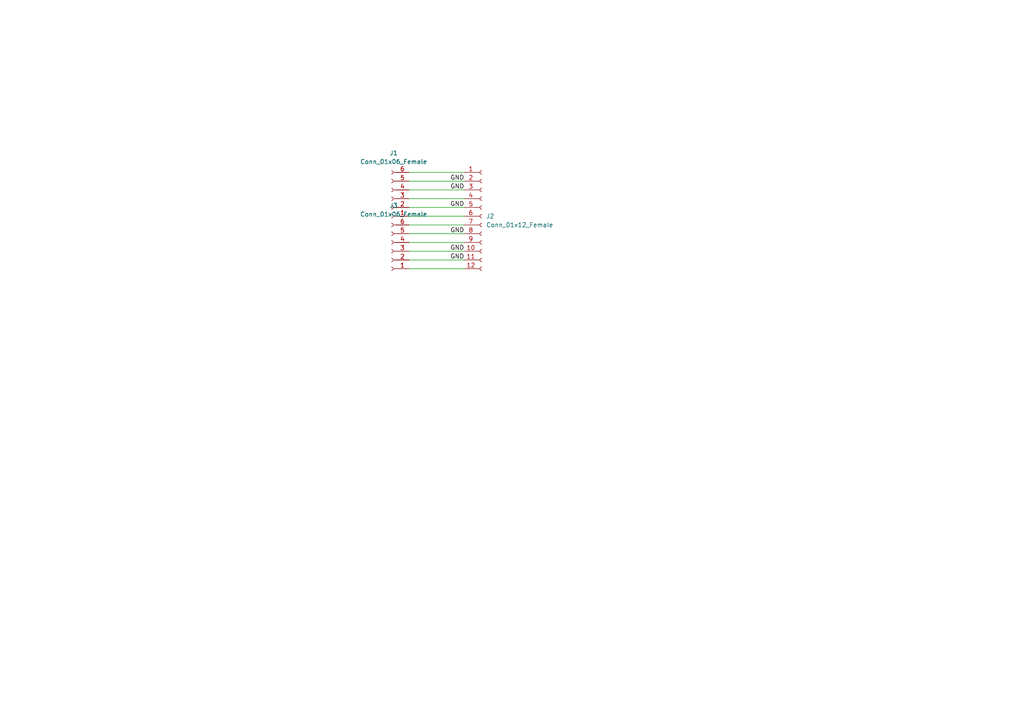
<source format=kicad_sch>
(kicad_sch (version 20211123) (generator eeschema)
  (paper "A4")
  (lib_symbols
    (symbol "Connector:Conn_01x06_Female" (pin_names (offset 1.016) hide)
      (property "Reference" "J" (at 0 7.62 0))
      (property "Value" "Conn_01x06_Female" (at 0 -10.16 0))
      (symbol "Conn_01x06_Female_1_1"
        (arc (start 0 -7.112) (mid -0.508 -7.62) (end 0 -8.128) (stroke (width 0.1524)))
        (arc (start 0 -4.572) (mid -0.508 -5.08) (end 0 -5.588) (stroke (width 0.1524)))
        (arc (start 0 -2.032) (mid -0.508 -2.54) (end 0 -3.048) (stroke (width 0.1524)))
        (polyline (pts (xy -1.27 -7.62) (xy -0.508 -7.62)) (stroke (width 0.1524)))
        (polyline (pts (xy -1.27 -5.08) (xy -0.508 -5.08)) (stroke (width 0.1524)))
        (polyline (pts (xy -1.27 -2.54) (xy -0.508 -2.54)) (stroke (width 0.1524)))
        (polyline (pts (xy -1.27 0) (xy -0.508 0)) (stroke (width 0.1524)))
        (polyline (pts (xy -1.27 2.54) (xy -0.508 2.54)) (stroke (width 0.1524)))
        (polyline (pts (xy -1.27 5.08) (xy -0.508 5.08)) (stroke (width 0.1524)))
        (arc (start 0 0.508) (mid -0.508 0) (end 0 -0.508) (stroke (width 0.1524)))
        (arc (start 0 3.048) (mid -0.508 2.54) (end 0 2.032) (stroke (width 0.1524)))
        (arc (start 0 5.588) (mid -0.508 5.08) (end 0 4.572) (stroke (width 0.1524)))
        (pin passive line (at -5.08 5.08 0) (length 3.81) (name "Pin_1") (number "1"))
        (pin passive line (at -5.08 2.54 0) (length 3.81) (name "Pin_2") (number "2"))
        (pin passive line (at -5.08 0 0) (length 3.81) (name "Pin_3") (number "3"))
        (pin passive line (at -5.08 -2.54 0) (length 3.81) (name "Pin_4") (number "4"))
        (pin passive line (at -5.08 -5.08 0) (length 3.81) (name "Pin_5") (number "5"))
        (pin passive line (at -5.08 -7.62 0) (length 3.81) (name "Pin_6") (number "6"))
      )
    )
    (symbol "Connector:Conn_01x12_Female" (pin_names (offset 1.016) hide)
      (property "Reference" "J" (at 0 15.24 0))
      (property "Value" "Conn_01x12_Female" (at 0 -17.78 0))
      (symbol "Conn_01x12_Female_1_1"
        (arc (start 0 -14.732) (mid -0.508 -15.24) (end 0 -15.748) (stroke (width 0.1524)))
        (arc (start 0 -12.192) (mid -0.508 -12.7) (end 0 -13.208) (stroke (width 0.1524)))
        (arc (start 0 -9.652) (mid -0.508 -10.16) (end 0 -10.668) (stroke (width 0.1524)))
        (arc (start 0 -7.112) (mid -0.508 -7.62) (end 0 -8.128) (stroke (width 0.1524)))
        (arc (start 0 -4.572) (mid -0.508 -5.08) (end 0 -5.588) (stroke (width 0.1524)))
        (arc (start 0 -2.032) (mid -0.508 -2.54) (end 0 -3.048) (stroke (width 0.1524)))
        (polyline (pts (xy -1.27 -15.24) (xy -0.508 -15.24)) (stroke (width 0.1524)))
        (polyline (pts (xy -1.27 -12.7) (xy -0.508 -12.7)) (stroke (width 0.1524)))
        (polyline (pts (xy -1.27 -10.16) (xy -0.508 -10.16)) (stroke (width 0.1524)))
        (polyline (pts (xy -1.27 -7.62) (xy -0.508 -7.62)) (stroke (width 0.1524)))
        (polyline (pts (xy -1.27 -5.08) (xy -0.508 -5.08)) (stroke (width 0.1524)))
        (polyline (pts (xy -1.27 -2.54) (xy -0.508 -2.54)) (stroke (width 0.1524)))
        (polyline (pts (xy -1.27 0) (xy -0.508 0)) (stroke (width 0.1524)))
        (polyline (pts (xy -1.27 2.54) (xy -0.508 2.54)) (stroke (width 0.1524)))
        (polyline (pts (xy -1.27 5.08) (xy -0.508 5.08)) (stroke (width 0.1524)))
        (polyline (pts (xy -1.27 7.62) (xy -0.508 7.62)) (stroke (width 0.1524)))
        (polyline (pts (xy -1.27 10.16) (xy -0.508 10.16)) (stroke (width 0.1524)))
        (polyline (pts (xy -1.27 12.7) (xy -0.508 12.7)) (stroke (width 0.1524)))
        (arc (start 0 0.508) (mid -0.508 0) (end 0 -0.508) (stroke (width 0.1524)))
        (arc (start 0 3.048) (mid -0.508 2.54) (end 0 2.032) (stroke (width 0.1524)))
        (arc (start 0 5.588) (mid -0.508 5.08) (end 0 4.572) (stroke (width 0.1524)))
        (arc (start 0 8.128) (mid -0.508 7.62) (end 0 7.112) (stroke (width 0.1524)))
        (arc (start 0 10.668) (mid -0.508 10.16) (end 0 9.652) (stroke (width 0.1524)))
        (arc (start 0 13.208) (mid -0.508 12.7) (end 0 12.192) (stroke (width 0.1524)))
        (pin passive line (at -5.08 12.7 0) (length 3.81) (name "Pin_1") (number "1"))
        (pin passive line (at -5.08 -10.16 0) (length 3.81) (name "Pin_10") (number "10"))
        (pin passive line (at -5.08 -12.7 0) (length 3.81) (name "Pin_11") (number "11"))
        (pin passive line (at -5.08 -15.24 0) (length 3.81) (name "Pin_12") (number "12"))
        (pin passive line (at -5.08 10.16 0) (length 3.81) (name "Pin_2") (number "2"))
        (pin passive line (at -5.08 7.62 0) (length 3.81) (name "Pin_3") (number "3"))
        (pin passive line (at -5.08 5.08 0) (length 3.81) (name "Pin_4") (number "4"))
        (pin passive line (at -5.08 2.54 0) (length 3.81) (name "Pin_5") (number "5"))
        (pin passive line (at -5.08 0 0) (length 3.81) (name "Pin_6") (number "6"))
        (pin passive line (at -5.08 -2.54 0) (length 3.81) (name "Pin_7") (number "7"))
        (pin passive line (at -5.08 -5.08 0) (length 3.81) (name "Pin_8") (number "8"))
        (pin passive line (at -5.08 -7.62 0) (length 3.81) (name "Pin_9") (number "9"))
      )
    )
  )
  (wire (pts (xy 118.6263 57.624) (xy 134.6578 57.624)))
  (wire (pts (xy 118.6263 67.784) (xy 134.6578 67.784)))
  (wire (pts (xy 118.6263 50.004) (xy 134.6578 50.004)))
  (wire (pts (xy 118.6263 62.704) (xy 134.6578 62.704)))
  (wire (pts (xy 118.6263 75.404) (xy 134.6578 75.404)))
  (wire (pts (xy 118.6263 72.864) (xy 134.6578 72.864)))
  (wire (pts (xy 118.6263 70.324) (xy 134.6578 70.324)))
  (wire (pts (xy 118.6263 60.164) (xy 134.6578 60.164)))
  (wire (pts (xy 118.6263 77.944) (xy 134.6578 77.944)))
  (wire (pts (xy 118.6263 65.244) (xy 134.6578 65.244)))
  (wire (pts (xy 118.6263 55.084) (xy 134.6578 55.084)))
  (wire (pts (xy 118.6263 52.544) (xy 134.6578 52.544)))
  (label "GND" (at 134.6578 60.164 180))
  (label "GND" (at 134.6578 55.084 180))
  (label "GND" (at 134.6578 75.404 180))
  (label "GND" (at 134.6578 72.864 180))
  (label "GND" (at 134.6578 52.544 180))
  (label "GND" (at 134.6578 67.784 180))
  (symbol (lib_id "Connector:Conn_01x12_Female") (at 139.7378 62.704 0) (unit 1)
    (property "Reference" "J2" (at 140.97 62.7039 0) (effects (justify left)))
    (property "Value" "Conn_01x12_Female" (at 140.97 65.2439 0) (effects (justify left)))
    (property "Footprint" "Connector_FFC-FPC:Molex_200528-0120_1x12-1MP_P1.00mm_Horizontal" (effects hide))
  )
  (symbol (lib_id "Connector:Conn_01x06_Female") (at 113.5463 72.864 180) (unit 1)
    (property "Reference" "J3" (at 114.1813 59.6158 0))
    (property "Value" "Conn_01x06_Female" (at 114.1813 62.1558 0))
    (property "Footprint" "Connector_PinSocket_2.54mm:PinSocket_1x06_P2.54mm_Horizontal" (effects hide))
  )
  (symbol (lib_id "Connector:Conn_01x06_Female") (at 113.5463 57.624 180) (unit 1)
    (property "Reference" "J1" (at 114.1813 44.3758 0))
    (property "Value" "Conn_01x06_Female" (at 114.1813 46.9158 0))
    (property "Footprint" "Connector_PinSocket_2.54mm:PinSocket_1x06_P2.54mm_Horizontal" (effects hide))
  )
)
</source>
